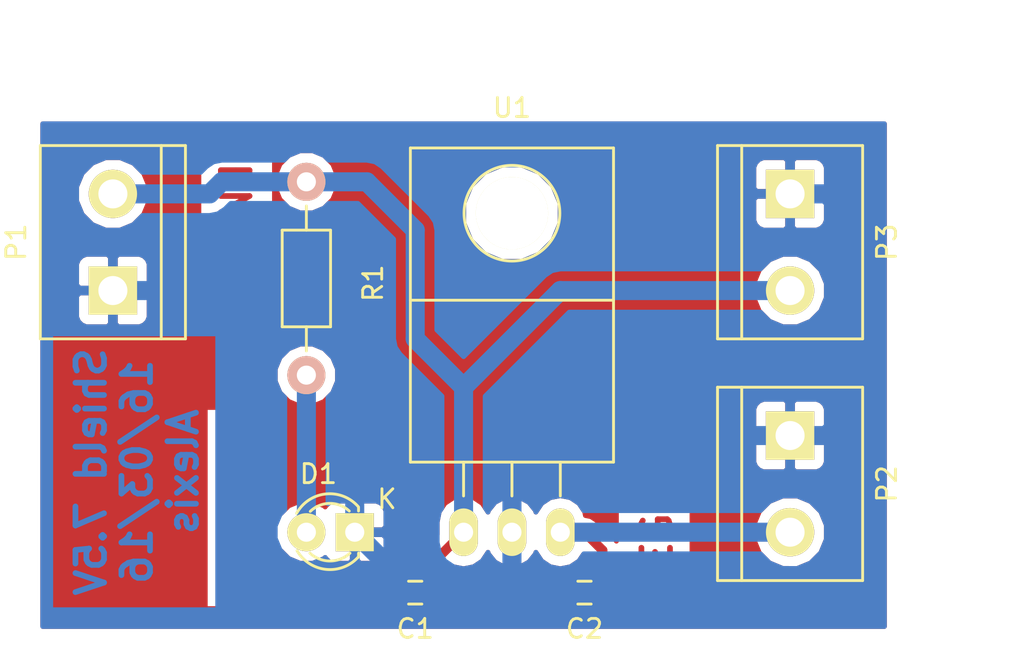
<source format=kicad_pcb>
(kicad_pcb (version 4) (host pcbnew 4.0.1-stable)

  (general
    (links 13)
    (no_connects 0)
    (area 123.97 85.415 181.99 119.08)
    (thickness 1.6)
    (drawings 10)
    (tracks 38)
    (zones 0)
    (modules 8)
    (nets 5)
  )

  (page A4)
  (layers
    (0 F.Cu signal)
    (31 B.Cu signal)
    (32 B.Adhes user)
    (33 F.Adhes user)
    (34 B.Paste user)
    (35 F.Paste user)
    (36 B.SilkS user)
    (37 F.SilkS user)
    (38 B.Mask user)
    (39 F.Mask user)
    (40 Dwgs.User user)
    (41 Cmts.User user)
    (42 Eco1.User user)
    (43 Eco2.User user)
    (44 Edge.Cuts user)
    (45 Margin user)
    (46 B.CrtYd user)
    (47 F.CrtYd user)
    (48 B.Fab user)
    (49 F.Fab user)
  )

  (setup
    (last_trace_width 0.25)
    (user_trace_width 0.5)
    (user_trace_width 1)
    (trace_clearance 0.2)
    (zone_clearance 0.508)
    (zone_45_only no)
    (trace_min 0.2)
    (segment_width 0.2)
    (edge_width 0.15)
    (via_size 0.6)
    (via_drill 0.4)
    (via_min_size 0.4)
    (via_min_drill 0.3)
    (uvia_size 0.3)
    (uvia_drill 0.1)
    (uvias_allowed no)
    (uvia_min_size 0.2)
    (uvia_min_drill 0.1)
    (pcb_text_width 0.3)
    (pcb_text_size 1.5 1.5)
    (mod_edge_width 0.15)
    (mod_text_size 1 1)
    (mod_text_width 0.15)
    (pad_size 1.524 1.524)
    (pad_drill 0.762)
    (pad_to_mask_clearance 0.2)
    (aux_axis_origin 0 0)
    (visible_elements FFFFFF7F)
    (pcbplotparams
      (layerselection 0x00000_80000000)
      (usegerberextensions false)
      (excludeedgelayer true)
      (linewidth 0.100000)
      (plotframeref false)
      (viasonmask false)
      (mode 1)
      (useauxorigin false)
      (hpglpennumber 1)
      (hpglpenspeed 20)
      (hpglpendiameter 15)
      (hpglpenoverlay 2)
      (psnegative false)
      (psa4output false)
      (plotreference true)
      (plotvalue true)
      (plotinvisibletext false)
      (padsonsilk false)
      (subtractmaskfromsilk false)
      (outputformat 4)
      (mirror false)
      (drillshape 0)
      (scaleselection 1)
      (outputdirectory ""))
  )

  (net 0 "")
  (net 1 "Net-(C1-Pad1)")
  (net 2 GND)
  (net 3 "Net-(C2-Pad1)")
  (net 4 "Net-(D1-Pad2)")

  (net_class Default "Ceci est la Netclass par défaut"
    (clearance 0.2)
    (trace_width 0.25)
    (via_dia 0.6)
    (via_drill 0.4)
    (uvia_dia 0.3)
    (uvia_drill 0.1)
    (add_net GND)
    (add_net "Net-(C1-Pad1)")
    (add_net "Net-(C2-Pad1)")
    (add_net "Net-(D1-Pad2)")
  )

  (module Capacitors_SMD:C_0603_HandSoldering (layer F.Cu) (tedit 541A9B4D) (tstamp 56EECA84)
    (at 146.05 116.205 180)
    (descr "Capacitor SMD 0603, hand soldering")
    (tags "capacitor 0603")
    (path /56EEC38F)
    (attr smd)
    (fp_text reference C1 (at 0 -1.9 180) (layer F.SilkS)
      (effects (font (size 1 1) (thickness 0.15)))
    )
    (fp_text value C (at 0 1.9 180) (layer F.Fab)
      (effects (font (size 1 1) (thickness 0.15)))
    )
    (fp_line (start -1.85 -0.75) (end 1.85 -0.75) (layer F.CrtYd) (width 0.05))
    (fp_line (start -1.85 0.75) (end 1.85 0.75) (layer F.CrtYd) (width 0.05))
    (fp_line (start -1.85 -0.75) (end -1.85 0.75) (layer F.CrtYd) (width 0.05))
    (fp_line (start 1.85 -0.75) (end 1.85 0.75) (layer F.CrtYd) (width 0.05))
    (fp_line (start -0.35 -0.6) (end 0.35 -0.6) (layer F.SilkS) (width 0.15))
    (fp_line (start 0.35 0.6) (end -0.35 0.6) (layer F.SilkS) (width 0.15))
    (pad 1 smd rect (at -0.95 0 180) (size 1.2 0.75) (layers F.Cu F.Paste F.Mask)
      (net 1 "Net-(C1-Pad1)"))
    (pad 2 smd rect (at 0.95 0 180) (size 1.2 0.75) (layers F.Cu F.Paste F.Mask)
      (net 2 GND))
    (model Capacitors_SMD.3dshapes/C_0603_HandSoldering.wrl
      (at (xyz 0 0 0))
      (scale (xyz 1 1 1))
      (rotate (xyz 0 0 0))
    )
  )

  (module Capacitors_SMD:C_0603_HandSoldering (layer F.Cu) (tedit 541A9B4D) (tstamp 56EECA8A)
    (at 154.94 116.205 180)
    (descr "Capacitor SMD 0603, hand soldering")
    (tags "capacitor 0603")
    (path /56EEC400)
    (attr smd)
    (fp_text reference C2 (at 0 -1.9 180) (layer F.SilkS)
      (effects (font (size 1 1) (thickness 0.15)))
    )
    (fp_text value C (at 0 1.9 180) (layer F.Fab)
      (effects (font (size 1 1) (thickness 0.15)))
    )
    (fp_line (start -1.85 -0.75) (end 1.85 -0.75) (layer F.CrtYd) (width 0.05))
    (fp_line (start -1.85 0.75) (end 1.85 0.75) (layer F.CrtYd) (width 0.05))
    (fp_line (start -1.85 -0.75) (end -1.85 0.75) (layer F.CrtYd) (width 0.05))
    (fp_line (start 1.85 -0.75) (end 1.85 0.75) (layer F.CrtYd) (width 0.05))
    (fp_line (start -0.35 -0.6) (end 0.35 -0.6) (layer F.SilkS) (width 0.15))
    (fp_line (start 0.35 0.6) (end -0.35 0.6) (layer F.SilkS) (width 0.15))
    (pad 1 smd rect (at -0.95 0 180) (size 1.2 0.75) (layers F.Cu F.Paste F.Mask)
      (net 3 "Net-(C2-Pad1)"))
    (pad 2 smd rect (at 0.95 0 180) (size 1.2 0.75) (layers F.Cu F.Paste F.Mask)
      (net 2 GND))
    (model Capacitors_SMD.3dshapes/C_0603_HandSoldering.wrl
      (at (xyz 0 0 0))
      (scale (xyz 1 1 1))
      (rotate (xyz 0 0 0))
    )
  )

  (module LEDs:LED-3MM (layer F.Cu) (tedit 559B82F6) (tstamp 56EECA90)
    (at 142.875 113.03 180)
    (descr "LED 3mm round vertical")
    (tags "LED  3mm round vertical")
    (path /56EEC61C)
    (fp_text reference D1 (at 1.91 3.06 180) (layer F.SilkS)
      (effects (font (size 1 1) (thickness 0.15)))
    )
    (fp_text value LED (at 1.3 -2.9 180) (layer F.Fab)
      (effects (font (size 1 1) (thickness 0.15)))
    )
    (fp_line (start -1.2 2.3) (end 3.8 2.3) (layer F.CrtYd) (width 0.05))
    (fp_line (start 3.8 2.3) (end 3.8 -2.2) (layer F.CrtYd) (width 0.05))
    (fp_line (start 3.8 -2.2) (end -1.2 -2.2) (layer F.CrtYd) (width 0.05))
    (fp_line (start -1.2 -2.2) (end -1.2 2.3) (layer F.CrtYd) (width 0.05))
    (fp_line (start -0.199 1.314) (end -0.199 1.114) (layer F.SilkS) (width 0.15))
    (fp_line (start -0.199 -1.28) (end -0.199 -1.1) (layer F.SilkS) (width 0.15))
    (fp_arc (start 1.301 0.034) (end -0.199 -1.286) (angle 108.5) (layer F.SilkS) (width 0.15))
    (fp_arc (start 1.301 0.034) (end 0.25 -1.1) (angle 85.7) (layer F.SilkS) (width 0.15))
    (fp_arc (start 1.311 0.034) (end 3.051 0.994) (angle 110) (layer F.SilkS) (width 0.15))
    (fp_arc (start 1.301 0.034) (end 2.335 1.094) (angle 87.5) (layer F.SilkS) (width 0.15))
    (fp_text user K (at -1.69 1.74 180) (layer F.SilkS)
      (effects (font (size 1 1) (thickness 0.15)))
    )
    (pad 1 thru_hole rect (at 0 0 270) (size 2 2) (drill 1.00076) (layers *.Cu *.Mask F.SilkS)
      (net 2 GND))
    (pad 2 thru_hole circle (at 2.54 0 180) (size 2 2) (drill 1.00076) (layers *.Cu *.Mask F.SilkS)
      (net 4 "Net-(D1-Pad2)"))
    (model LEDs.3dshapes/LED-3MM.wrl
      (at (xyz 0.05 0 0))
      (scale (xyz 1 1 1))
      (rotate (xyz 0 0 90))
    )
  )

  (module Connect:bornier2 (layer F.Cu) (tedit 0) (tstamp 56EECA96)
    (at 130.175 97.79 90)
    (descr "Bornier d'alimentation 2 pins")
    (tags DEV)
    (path /56EEC462)
    (fp_text reference P1 (at 0 -5.08 90) (layer F.SilkS)
      (effects (font (size 1 1) (thickness 0.15)))
    )
    (fp_text value CONN_01X02 (at 0 5.08 90) (layer F.Fab)
      (effects (font (size 1 1) (thickness 0.15)))
    )
    (fp_line (start 5.08 2.54) (end -5.08 2.54) (layer F.SilkS) (width 0.15))
    (fp_line (start 5.08 3.81) (end 5.08 -3.81) (layer F.SilkS) (width 0.15))
    (fp_line (start 5.08 -3.81) (end -5.08 -3.81) (layer F.SilkS) (width 0.15))
    (fp_line (start -5.08 -3.81) (end -5.08 3.81) (layer F.SilkS) (width 0.15))
    (fp_line (start -5.08 3.81) (end 5.08 3.81) (layer F.SilkS) (width 0.15))
    (pad 1 thru_hole rect (at -2.54 0 90) (size 2.54 2.54) (drill 1.524) (layers *.Cu *.Mask F.SilkS)
      (net 2 GND))
    (pad 2 thru_hole circle (at 2.54 0 90) (size 2.54 2.54) (drill 1.524) (layers *.Cu *.Mask F.SilkS)
      (net 1 "Net-(C1-Pad1)"))
    (model Connect.3dshapes/bornier2.wrl
      (at (xyz 0 0 0))
      (scale (xyz 1 1 1))
      (rotate (xyz 0 0 0))
    )
  )

  (module Connect:bornier2 (layer F.Cu) (tedit 0) (tstamp 56EECA9C)
    (at 165.735 110.49 270)
    (descr "Bornier d'alimentation 2 pins")
    (tags DEV)
    (path /56EEC519)
    (fp_text reference P2 (at 0 -5.08 270) (layer F.SilkS)
      (effects (font (size 1 1) (thickness 0.15)))
    )
    (fp_text value CONN_01X02 (at 0 5.08 270) (layer F.Fab)
      (effects (font (size 1 1) (thickness 0.15)))
    )
    (fp_line (start 5.08 2.54) (end -5.08 2.54) (layer F.SilkS) (width 0.15))
    (fp_line (start 5.08 3.81) (end 5.08 -3.81) (layer F.SilkS) (width 0.15))
    (fp_line (start 5.08 -3.81) (end -5.08 -3.81) (layer F.SilkS) (width 0.15))
    (fp_line (start -5.08 -3.81) (end -5.08 3.81) (layer F.SilkS) (width 0.15))
    (fp_line (start -5.08 3.81) (end 5.08 3.81) (layer F.SilkS) (width 0.15))
    (pad 1 thru_hole rect (at -2.54 0 270) (size 2.54 2.54) (drill 1.524) (layers *.Cu *.Mask F.SilkS)
      (net 2 GND))
    (pad 2 thru_hole circle (at 2.54 0 270) (size 2.54 2.54) (drill 1.524) (layers *.Cu *.Mask F.SilkS)
      (net 3 "Net-(C2-Pad1)"))
    (model Connect.3dshapes/bornier2.wrl
      (at (xyz 0 0 0))
      (scale (xyz 1 1 1))
      (rotate (xyz 0 0 0))
    )
  )

  (module Connect:bornier2 (layer F.Cu) (tedit 0) (tstamp 56EECAA2)
    (at 165.735 97.79 270)
    (descr "Bornier d'alimentation 2 pins")
    (tags DEV)
    (path /56EEC5B4)
    (fp_text reference P3 (at 0 -5.08 270) (layer F.SilkS)
      (effects (font (size 1 1) (thickness 0.15)))
    )
    (fp_text value CONN_01X02 (at 0 5.08 270) (layer F.Fab)
      (effects (font (size 1 1) (thickness 0.15)))
    )
    (fp_line (start 5.08 2.54) (end -5.08 2.54) (layer F.SilkS) (width 0.15))
    (fp_line (start 5.08 3.81) (end 5.08 -3.81) (layer F.SilkS) (width 0.15))
    (fp_line (start 5.08 -3.81) (end -5.08 -3.81) (layer F.SilkS) (width 0.15))
    (fp_line (start -5.08 -3.81) (end -5.08 3.81) (layer F.SilkS) (width 0.15))
    (fp_line (start -5.08 3.81) (end 5.08 3.81) (layer F.SilkS) (width 0.15))
    (pad 1 thru_hole rect (at -2.54 0 270) (size 2.54 2.54) (drill 1.524) (layers *.Cu *.Mask F.SilkS)
      (net 2 GND))
    (pad 2 thru_hole circle (at 2.54 0 270) (size 2.54 2.54) (drill 1.524) (layers *.Cu *.Mask F.SilkS)
      (net 1 "Net-(C1-Pad1)"))
    (model Connect.3dshapes/bornier2.wrl
      (at (xyz 0 0 0))
      (scale (xyz 1 1 1))
      (rotate (xyz 0 0 0))
    )
  )

  (module Resistors_ThroughHole:Resistor_Horizontal_RM10mm (layer F.Cu) (tedit 56648415) (tstamp 56EECAA8)
    (at 140.335 94.615 270)
    (descr "Resistor, Axial,  RM 10mm, 1/3W")
    (tags "Resistor Axial RM 10mm 1/3W")
    (path /56EEC65D)
    (fp_text reference R1 (at 5.32892 -3.50012 270) (layer F.SilkS)
      (effects (font (size 1 1) (thickness 0.15)))
    )
    (fp_text value R (at 5.08 3.81 270) (layer F.Fab)
      (effects (font (size 1 1) (thickness 0.15)))
    )
    (fp_line (start -1.25 -1.5) (end 11.4 -1.5) (layer F.CrtYd) (width 0.05))
    (fp_line (start -1.25 1.5) (end -1.25 -1.5) (layer F.CrtYd) (width 0.05))
    (fp_line (start 11.4 -1.5) (end 11.4 1.5) (layer F.CrtYd) (width 0.05))
    (fp_line (start -1.25 1.5) (end 11.4 1.5) (layer F.CrtYd) (width 0.05))
    (fp_line (start 2.54 -1.27) (end 7.62 -1.27) (layer F.SilkS) (width 0.15))
    (fp_line (start 7.62 -1.27) (end 7.62 1.27) (layer F.SilkS) (width 0.15))
    (fp_line (start 7.62 1.27) (end 2.54 1.27) (layer F.SilkS) (width 0.15))
    (fp_line (start 2.54 1.27) (end 2.54 -1.27) (layer F.SilkS) (width 0.15))
    (fp_line (start 2.54 0) (end 1.27 0) (layer F.SilkS) (width 0.15))
    (fp_line (start 7.62 0) (end 8.89 0) (layer F.SilkS) (width 0.15))
    (pad 1 thru_hole circle (at 0 0 270) (size 1.99898 1.99898) (drill 1.00076) (layers *.Cu *.SilkS *.Mask)
      (net 1 "Net-(C1-Pad1)"))
    (pad 2 thru_hole circle (at 10.16 0 270) (size 1.99898 1.99898) (drill 1.00076) (layers *.Cu *.SilkS *.Mask)
      (net 4 "Net-(D1-Pad2)"))
    (model Resistors_ThroughHole.3dshapes/Resistor_Horizontal_RM10mm.wrl
      (at (xyz 0.2 0 0))
      (scale (xyz 0.4 0.4 0.4))
      (rotate (xyz 0 0 0))
    )
  )

  (module TO_SOT_Packages_THT:TO-220_Neutral123_Horizontal (layer F.Cu) (tedit 0) (tstamp 56EECAB0)
    (at 151.13 113.03)
    (descr "TO-220, Neutral, Horizontal,")
    (tags "TO-220, Neutral, Horizontal,")
    (path /56EECEC6)
    (fp_text reference U1 (at 0 -22.3012) (layer F.SilkS)
      (effects (font (size 1 1) (thickness 0.15)))
    )
    (fp_text value 78S75C_correctPin (at -0.29972 3.44932) (layer F.Fab)
      (effects (font (size 1 1) (thickness 0.15)))
    )
    (fp_circle (center 0 -16.764) (end 1.778 -14.986) (layer F.SilkS) (width 0.15))
    (fp_line (start -2.54 -3.683) (end -2.54 -1.905) (layer F.SilkS) (width 0.15))
    (fp_line (start 0 -3.683) (end 0 -1.905) (layer F.SilkS) (width 0.15))
    (fp_line (start 2.54 -3.683) (end 2.54 -1.905) (layer F.SilkS) (width 0.15))
    (fp_line (start 5.334 -12.192) (end 5.334 -20.193) (layer F.SilkS) (width 0.15))
    (fp_line (start 5.334 -20.193) (end -5.334 -20.193) (layer F.SilkS) (width 0.15))
    (fp_line (start -5.334 -20.193) (end -5.334 -12.192) (layer F.SilkS) (width 0.15))
    (fp_line (start 5.334 -3.683) (end 5.334 -12.192) (layer F.SilkS) (width 0.15))
    (fp_line (start 5.334 -12.192) (end -5.334 -12.192) (layer F.SilkS) (width 0.15))
    (fp_line (start -5.334 -12.192) (end -5.334 -3.683) (layer F.SilkS) (width 0.15))
    (fp_line (start 0 -3.683) (end -5.334 -3.683) (layer F.SilkS) (width 0.15))
    (fp_line (start 0 -3.683) (end 5.334 -3.683) (layer F.SilkS) (width 0.15))
    (pad 2 thru_hole oval (at 0 0 90) (size 2.49936 1.50114) (drill 1.00076) (layers *.Cu *.Mask F.SilkS)
      (net 2 GND))
    (pad 1 thru_hole oval (at -2.54 0 90) (size 2.49936 1.50114) (drill 1.00076) (layers *.Cu *.Mask F.SilkS)
      (net 1 "Net-(C1-Pad1)"))
    (pad 3 thru_hole oval (at 2.54 0 90) (size 2.49936 1.50114) (drill 1.00076) (layers *.Cu *.Mask F.SilkS)
      (net 3 "Net-(C2-Pad1)"))
    (pad "" np_thru_hole circle (at 0 -16.764 90) (size 3.79984 3.79984) (drill 3.79984) (layers *.Cu *.Mask F.SilkS))
    (model TO_SOT_Packages_THT.3dshapes/TO-220_Neutral123_Horizontal.wrl
      (at (xyz 0 0 0))
      (scale (xyz 0.3937 0.3937 0.3937))
      (rotate (xyz 0 0 0))
    )
  )

  (dimension 26.67 (width 0.3) (layer Dwgs.User)
    (gr_text "26,670 mm" (at 175.34 104.775 270) (layer Dwgs.User)
      (effects (font (size 1.5 1.5) (thickness 0.3)))
    )
    (feature1 (pts (xy 170.815 118.11) (xy 176.69 118.11)))
    (feature2 (pts (xy 170.815 91.44) (xy 176.69 91.44)))
    (crossbar (pts (xy 173.99 91.44) (xy 173.99 118.11)))
    (arrow1a (pts (xy 173.99 118.11) (xy 173.403579 116.983496)))
    (arrow1b (pts (xy 173.99 118.11) (xy 174.576421 116.983496)))
    (arrow2a (pts (xy 173.99 91.44) (xy 173.403579 92.566504)))
    (arrow2b (pts (xy 173.99 91.44) (xy 174.576421 92.566504)))
  )
  (dimension 44.45 (width 0.3) (layer Dwgs.User)
    (gr_text "44,450 mm" (at 148.59 86.915) (layer Dwgs.User)
      (effects (font (size 1.5 1.5) (thickness 0.3)))
    )
    (feature1 (pts (xy 170.815 91.44) (xy 170.815 85.565)))
    (feature2 (pts (xy 126.365 91.44) (xy 126.365 85.565)))
    (crossbar (pts (xy 126.365 88.265) (xy 170.815 88.265)))
    (arrow1a (pts (xy 170.815 88.265) (xy 169.688496 88.851421)))
    (arrow1b (pts (xy 170.815 88.265) (xy 169.688496 87.678579)))
    (arrow2a (pts (xy 126.365 88.265) (xy 127.491504 88.851421)))
    (arrow2b (pts (xy 126.365 88.265) (xy 127.491504 87.678579)))
  )
  (gr_line (start 126.365 118.11) (end 126.365 91.44) (angle 90) (layer Dwgs.User) (width 0.2))
  (gr_line (start 170.815 118.11) (end 126.365 118.11) (angle 90) (layer Dwgs.User) (width 0.2))
  (gr_line (start 170.815 91.44) (end 170.815 118.11) (angle 90) (layer Dwgs.User) (width 0.2))
  (gr_line (start 126.365 91.44) (end 170.815 91.44) (angle 90) (layer Dwgs.User) (width 0.2))
  (gr_text Connect (at 137.16 111.76 90) (layer F.Cu)
    (effects (font (size 1.5 1.5) (thickness 0.3)))
  )
  (gr_text ENTREE (at 136.525 97.79 270) (layer F.Cu)
    (effects (font (size 1.5 1.5) (thickness 0.3)))
  )
  (gr_text "REGUL 7.5" (at 158.75 110.49 90) (layer F.Cu)
    (effects (font (size 1.5 1.5) (thickness 0.3)))
  )
  (gr_text "Shield 7.5V\n16/03/16\nAlexis" (at 131.445 109.855 90) (layer B.Cu)
    (effects (font (size 1.5 1.5) (thickness 0.3)) (justify mirror))
  )

  (segment (start 147 116.205) (end 147 114.62) (width 0.5) (layer F.Cu) (net 1))
  (segment (start 147 114.62) (end 148.59 113.03) (width 0.5) (layer F.Cu) (net 1) (tstamp 56EEEFC0))
  (segment (start 148.59 105.41) (end 146.05 102.87) (width 1) (layer B.Cu) (net 1))
  (segment (start 143.51 94.615) (end 140.335 94.615) (width 1) (layer B.Cu) (net 1) (tstamp 56EECE81))
  (segment (start 146.05 97.155) (end 143.51 94.615) (width 1) (layer B.Cu) (net 1) (tstamp 56EECE7D))
  (segment (start 146.05 102.87) (end 146.05 97.155) (width 1) (layer B.Cu) (net 1) (tstamp 56EECE74))
  (segment (start 130.175 95.25) (end 135.255 95.25) (width 1) (layer B.Cu) (net 1))
  (segment (start 135.255 95.25) (end 135.89 94.615) (width 1) (layer B.Cu) (net 1) (tstamp 56EECE2F))
  (segment (start 135.89 94.615) (end 140.335 94.615) (width 1) (layer B.Cu) (net 1) (tstamp 56EECE32))
  (segment (start 165.735 100.33) (end 153.67 100.33) (width 1) (layer B.Cu) (net 1))
  (segment (start 153.67 100.33) (end 148.59 105.41) (width 1) (layer B.Cu) (net 1) (tstamp 56EECD6F))
  (segment (start 148.59 113.03) (end 148.59 105.41) (width 1) (layer B.Cu) (net 1))
  (segment (start 145.1 116.205) (end 145.1 115.255) (width 0.5) (layer F.Cu) (net 2))
  (segment (start 145.1 115.255) (end 142.875 113.03) (width 0.5) (layer F.Cu) (net 2) (tstamp 56EEEFCF))
  (segment (start 153.99 116.205) (end 152.4 116.205) (width 0.5) (layer F.Cu) (net 2))
  (segment (start 151.13 114.935) (end 151.13 113.03) (width 0.5) (layer F.Cu) (net 2) (tstamp 56EECEC3))
  (segment (start 152.4 116.205) (end 151.13 114.935) (width 0.5) (layer F.Cu) (net 2) (tstamp 56EECEC1))
  (segment (start 130.175 100.33) (end 141.605 100.33) (width 1) (layer B.Cu) (net 2))
  (segment (start 142.875 105.41) (end 142.875 113.03) (width 1) (layer B.Cu) (net 2) (tstamp 56EECD35))
  (segment (start 142.875 101.6) (end 142.875 105.41) (width 1) (layer B.Cu) (net 2) (tstamp 56EECE36))
  (segment (start 141.605 100.33) (end 142.875 101.6) (width 1) (layer B.Cu) (net 2) (tstamp 56EECE35))
  (segment (start 151.13 113.03) (end 151.13 109.855) (width 1) (layer B.Cu) (net 2))
  (segment (start 153.035 107.95) (end 165.735 107.95) (width 1) (layer B.Cu) (net 2) (tstamp 56EECDAB))
  (segment (start 151.13 109.855) (end 153.035 107.95) (width 1) (layer B.Cu) (net 2) (tstamp 56EECDA6))
  (segment (start 165.735 107.95) (end 167.64 107.95) (width 1) (layer B.Cu) (net 2))
  (segment (start 167.64 107.95) (end 168.91 106.68) (width 1) (layer B.Cu) (net 2) (tstamp 56EECD75))
  (segment (start 168.91 106.68) (end 168.91 96.52) (width 1) (layer B.Cu) (net 2) (tstamp 56EECD79))
  (segment (start 168.91 96.52) (end 167.64 95.25) (width 1) (layer B.Cu) (net 2) (tstamp 56EECD7A))
  (segment (start 167.64 95.25) (end 165.735 95.25) (width 1) (layer B.Cu) (net 2) (tstamp 56EECD7B))
  (segment (start 151.13 113.03) (end 151.13 115.57) (width 1) (layer B.Cu) (net 2))
  (segment (start 151.13 115.57) (end 150.495 116.205) (width 1) (layer B.Cu) (net 2) (tstamp 56EECD46))
  (segment (start 150.495 116.205) (end 146.05 116.205) (width 1) (layer B.Cu) (net 2) (tstamp 56EECD47))
  (segment (start 146.05 116.205) (end 142.875 113.03) (width 1) (layer B.Cu) (net 2) (tstamp 56EECD48))
  (segment (start 153.67 113.03) (end 154.94 113.03) (width 0.5) (layer F.Cu) (net 3))
  (segment (start 155.89 113.98) (end 155.89 116.205) (width 0.5) (layer F.Cu) (net 3) (tstamp 56EECEC7))
  (segment (start 154.94 113.03) (end 155.89 113.98) (width 0.5) (layer F.Cu) (net 3) (tstamp 56EECEC6))
  (segment (start 165.735 113.03) (end 153.67 113.03) (width 1) (layer B.Cu) (net 3))
  (segment (start 140.335 104.775) (end 140.335 113.03) (width 1) (layer B.Cu) (net 4))

  (zone (net 2) (net_name GND) (layer B.Cu) (tstamp 56EED001) (hatch edge 0.508)
    (connect_pads (clearance 0.508))
    (min_thickness 0.254)
    (fill yes (arc_segments 16) (thermal_gap 0.508) (thermal_bridge_width 0.508))
    (polygon
      (pts
        (xy 170.815 118.11) (xy 126.365 118.11) (xy 126.365 91.44) (xy 170.815 91.44) (xy 170.815 118.11)
      )
    )
    (filled_polygon
      (pts
        (xy 170.688 117.983) (xy 126.492 117.983) (xy 126.492 102.605715) (xy 126.91 102.605715) (xy 126.91 117.104285)
        (xy 135.68 117.104285) (xy 135.68 113.353795) (xy 138.699716 113.353795) (xy 138.948106 113.954943) (xy 139.407637 114.415278)
        (xy 140.008352 114.664716) (xy 140.658795 114.665284) (xy 141.259943 114.416894) (xy 141.322197 114.354749) (xy 141.336673 114.389698)
        (xy 141.515301 114.568327) (xy 141.74869 114.665) (xy 142.58925 114.665) (xy 142.748 114.50625) (xy 142.748 113.157)
        (xy 143.002 113.157) (xy 143.002 114.50625) (xy 143.16075 114.665) (xy 144.00131 114.665) (xy 144.234699 114.568327)
        (xy 144.413327 114.389698) (xy 144.51 114.156309) (xy 144.51 113.31575) (xy 144.35125 113.157) (xy 143.002 113.157)
        (xy 142.748 113.157) (xy 142.728 113.157) (xy 142.728 112.903) (xy 142.748 112.903) (xy 142.748 111.55375)
        (xy 143.002 111.55375) (xy 143.002 112.903) (xy 144.35125 112.903) (xy 144.51 112.74425) (xy 144.51 111.903691)
        (xy 144.413327 111.670302) (xy 144.234699 111.491673) (xy 144.00131 111.395) (xy 143.16075 111.395) (xy 143.002 111.55375)
        (xy 142.748 111.55375) (xy 142.58925 111.395) (xy 141.74869 111.395) (xy 141.515301 111.491673) (xy 141.47 111.536974)
        (xy 141.47 105.951484) (xy 141.719846 105.702073) (xy 141.969206 105.101547) (xy 141.969774 104.451306) (xy 141.721462 103.850345)
        (xy 141.262073 103.390154) (xy 140.661547 103.140794) (xy 140.011306 103.140226) (xy 139.410345 103.388538) (xy 138.950154 103.847927)
        (xy 138.700794 104.448453) (xy 138.700226 105.098694) (xy 138.948538 105.699655) (xy 139.2 105.951556) (xy 139.2 111.852796)
        (xy 138.949722 112.102637) (xy 138.700284 112.703352) (xy 138.699716 113.353795) (xy 135.68 113.353795) (xy 135.68 102.605715)
        (xy 126.91 102.605715) (xy 126.492 102.605715) (xy 126.492 100.61575) (xy 128.27 100.61575) (xy 128.27 101.726309)
        (xy 128.366673 101.959698) (xy 128.545301 102.138327) (xy 128.77869 102.235) (xy 129.88925 102.235) (xy 130.048 102.07625)
        (xy 130.048 100.457) (xy 130.302 100.457) (xy 130.302 102.07625) (xy 130.46075 102.235) (xy 131.57131 102.235)
        (xy 131.804699 102.138327) (xy 131.983327 101.959698) (xy 132.08 101.726309) (xy 132.08 100.61575) (xy 131.92125 100.457)
        (xy 130.302 100.457) (xy 130.048 100.457) (xy 128.42875 100.457) (xy 128.27 100.61575) (xy 126.492 100.61575)
        (xy 126.492 98.933691) (xy 128.27 98.933691) (xy 128.27 100.04425) (xy 128.42875 100.203) (xy 130.048 100.203)
        (xy 130.048 98.58375) (xy 130.302 98.58375) (xy 130.302 100.203) (xy 131.92125 100.203) (xy 132.08 100.04425)
        (xy 132.08 98.933691) (xy 131.983327 98.700302) (xy 131.804699 98.521673) (xy 131.57131 98.425) (xy 130.46075 98.425)
        (xy 130.302 98.58375) (xy 130.048 98.58375) (xy 129.88925 98.425) (xy 128.77869 98.425) (xy 128.545301 98.521673)
        (xy 128.366673 98.700302) (xy 128.27 98.933691) (xy 126.492 98.933691) (xy 126.492 95.627265) (xy 128.26967 95.627265)
        (xy 128.559078 96.327686) (xy 129.094495 96.864039) (xy 129.79441 97.154668) (xy 130.552265 97.15533) (xy 131.252686 96.865922)
        (xy 131.734449 96.385) (xy 135.255 96.385) (xy 135.689346 96.298603) (xy 136.057566 96.052566) (xy 136.360132 95.75)
        (xy 139.158516 95.75) (xy 139.407927 95.999846) (xy 140.008453 96.249206) (xy 140.658694 96.249774) (xy 141.259655 96.001462)
        (xy 141.511556 95.75) (xy 143.039868 95.75) (xy 144.915 97.625133) (xy 144.915 102.87) (xy 145.001397 103.304346)
        (xy 145.225674 103.64) (xy 145.247434 103.672566) (xy 147.455 105.880133) (xy 147.455 111.746575) (xy 147.3099 111.963732)
        (xy 147.20443 112.493967) (xy 147.20443 113.566033) (xy 147.3099 114.096268) (xy 147.610254 114.545779) (xy 148.059765 114.846133)
        (xy 148.59 114.951603) (xy 149.120235 114.846133) (xy 149.569746 114.545779) (xy 149.8701 114.096268) (xy 149.87195 114.086968)
        (xy 149.898501 114.176677) (xy 150.240056 114.598658) (xy 150.717097 114.85781) (xy 150.788725 114.871993) (xy 151.003 114.749339)
        (xy 151.003 113.157) (xy 150.983 113.157) (xy 150.983 112.903) (xy 151.003 112.903) (xy 151.003 111.310661)
        (xy 151.257 111.310661) (xy 151.257 112.903) (xy 151.277 112.903) (xy 151.277 113.157) (xy 151.257 113.157)
        (xy 151.257 114.749339) (xy 151.471275 114.871993) (xy 151.542903 114.85781) (xy 152.019944 114.598658) (xy 152.361499 114.176677)
        (xy 152.38805 114.086968) (xy 152.3899 114.096268) (xy 152.690254 114.545779) (xy 153.139765 114.846133) (xy 153.67 114.951603)
        (xy 154.200235 114.846133) (xy 154.649746 114.545779) (xy 154.904175 114.165) (xy 164.176292 114.165) (xy 164.654495 114.644039)
        (xy 165.35441 114.934668) (xy 166.112265 114.93533) (xy 166.812686 114.645922) (xy 167.349039 114.110505) (xy 167.639668 113.41059)
        (xy 167.64033 112.652735) (xy 167.350922 111.952314) (xy 166.815505 111.415961) (xy 166.11559 111.125332) (xy 165.357735 111.12467)
        (xy 164.657314 111.414078) (xy 164.175551 111.895) (xy 154.904175 111.895) (xy 154.649746 111.514221) (xy 154.200235 111.213867)
        (xy 153.67 111.108397) (xy 153.139765 111.213867) (xy 152.690254 111.514221) (xy 152.3899 111.963732) (xy 152.38805 111.973032)
        (xy 152.361499 111.883323) (xy 152.019944 111.461342) (xy 151.542903 111.20219) (xy 151.471275 111.188007) (xy 151.257 111.310661)
        (xy 151.003 111.310661) (xy 150.788725 111.188007) (xy 150.717097 111.20219) (xy 150.240056 111.461342) (xy 149.898501 111.883323)
        (xy 149.87195 111.973032) (xy 149.8701 111.963732) (xy 149.725 111.746575) (xy 149.725 108.23575) (xy 163.83 108.23575)
        (xy 163.83 109.346309) (xy 163.926673 109.579698) (xy 164.105301 109.758327) (xy 164.33869 109.855) (xy 165.44925 109.855)
        (xy 165.608 109.69625) (xy 165.608 108.077) (xy 165.862 108.077) (xy 165.862 109.69625) (xy 166.02075 109.855)
        (xy 167.13131 109.855) (xy 167.364699 109.758327) (xy 167.543327 109.579698) (xy 167.64 109.346309) (xy 167.64 108.23575)
        (xy 167.48125 108.077) (xy 165.862 108.077) (xy 165.608 108.077) (xy 163.98875 108.077) (xy 163.83 108.23575)
        (xy 149.725 108.23575) (xy 149.725 106.553691) (xy 163.83 106.553691) (xy 163.83 107.66425) (xy 163.98875 107.823)
        (xy 165.608 107.823) (xy 165.608 106.20375) (xy 165.862 106.20375) (xy 165.862 107.823) (xy 167.48125 107.823)
        (xy 167.64 107.66425) (xy 167.64 106.553691) (xy 167.543327 106.320302) (xy 167.364699 106.141673) (xy 167.13131 106.045)
        (xy 166.02075 106.045) (xy 165.862 106.20375) (xy 165.608 106.20375) (xy 165.44925 106.045) (xy 164.33869 106.045)
        (xy 164.105301 106.141673) (xy 163.926673 106.320302) (xy 163.83 106.553691) (xy 149.725 106.553691) (xy 149.725 105.880132)
        (xy 154.140132 101.465) (xy 164.176292 101.465) (xy 164.654495 101.944039) (xy 165.35441 102.234668) (xy 166.112265 102.23533)
        (xy 166.812686 101.945922) (xy 167.349039 101.410505) (xy 167.639668 100.71059) (xy 167.64033 99.952735) (xy 167.350922 99.252314)
        (xy 166.815505 98.715961) (xy 166.11559 98.425332) (xy 165.357735 98.42467) (xy 164.657314 98.714078) (xy 164.175551 99.195)
        (xy 153.67 99.195) (xy 153.235654 99.281397) (xy 152.867434 99.527434) (xy 148.59 103.804868) (xy 147.185 102.399868)
        (xy 147.185 97.155) (xy 147.108024 96.768015) (xy 148.594641 96.768015) (xy 148.979746 97.700041) (xy 149.692208 98.413748)
        (xy 150.623561 98.800479) (xy 151.632015 98.801359) (xy 152.564041 98.416254) (xy 153.277748 97.703792) (xy 153.664479 96.772439)
        (xy 153.665359 95.763985) (xy 153.571055 95.53575) (xy 163.83 95.53575) (xy 163.83 96.646309) (xy 163.926673 96.879698)
        (xy 164.105301 97.058327) (xy 164.33869 97.155) (xy 165.44925 97.155) (xy 165.608 96.99625) (xy 165.608 95.377)
        (xy 165.862 95.377) (xy 165.862 96.99625) (xy 166.02075 97.155) (xy 167.13131 97.155) (xy 167.364699 97.058327)
        (xy 167.543327 96.879698) (xy 167.64 96.646309) (xy 167.64 95.53575) (xy 167.48125 95.377) (xy 165.862 95.377)
        (xy 165.608 95.377) (xy 163.98875 95.377) (xy 163.83 95.53575) (xy 153.571055 95.53575) (xy 153.280254 94.831959)
        (xy 152.567792 94.118252) (xy 151.930658 93.853691) (xy 163.83 93.853691) (xy 163.83 94.96425) (xy 163.98875 95.123)
        (xy 165.608 95.123) (xy 165.608 93.50375) (xy 165.862 93.50375) (xy 165.862 95.123) (xy 167.48125 95.123)
        (xy 167.64 94.96425) (xy 167.64 93.853691) (xy 167.543327 93.620302) (xy 167.364699 93.441673) (xy 167.13131 93.345)
        (xy 166.02075 93.345) (xy 165.862 93.50375) (xy 165.608 93.50375) (xy 165.44925 93.345) (xy 164.33869 93.345)
        (xy 164.105301 93.441673) (xy 163.926673 93.620302) (xy 163.83 93.853691) (xy 151.930658 93.853691) (xy 151.636439 93.731521)
        (xy 150.627985 93.730641) (xy 149.695959 94.115746) (xy 148.982252 94.828208) (xy 148.595521 95.759561) (xy 148.594641 96.768015)
        (xy 147.108024 96.768015) (xy 147.098603 96.720654) (xy 147.048927 96.646309) (xy 146.852566 96.352433) (xy 144.312566 93.812434)
        (xy 144.126228 93.687927) (xy 143.944346 93.566397) (xy 143.51 93.48) (xy 141.511484 93.48) (xy 141.262073 93.230154)
        (xy 140.661547 92.980794) (xy 140.011306 92.980226) (xy 139.410345 93.228538) (xy 139.158444 93.48) (xy 135.89 93.48)
        (xy 135.455655 93.566396) (xy 135.087434 93.812434) (xy 134.784868 94.115) (xy 131.733708 94.115) (xy 131.255505 93.635961)
        (xy 130.55559 93.345332) (xy 129.797735 93.34467) (xy 129.097314 93.634078) (xy 128.560961 94.169495) (xy 128.270332 94.86941)
        (xy 128.26967 95.627265) (xy 126.492 95.627265) (xy 126.492 91.567) (xy 170.688 91.567)
      )
    )
  )
  (zone (net 2) (net_name GND) (layer F.Cu) (tstamp 56EED019) (hatch edge 0.508)
    (connect_pads (clearance 0.508))
    (min_thickness 0.254)
    (fill yes (arc_segments 16) (thermal_gap 0.508) (thermal_bridge_width 0.508))
    (polygon
      (pts
        (xy 170.815 118.11) (xy 126.365 118.11) (xy 126.365 91.44) (xy 170.815 91.44) (xy 170.815 118.11)
      )
    )
    (filled_polygon
      (pts
        (xy 170.688 117.983) (xy 126.492 117.983) (xy 126.492 106.475) (xy 135.025 106.475) (xy 135.025 117.045)
        (xy 138.995 117.045) (xy 138.995 116.49075) (xy 143.865 116.49075) (xy 143.865 116.70631) (xy 143.961673 116.939699)
        (xy 144.140302 117.118327) (xy 144.373691 117.215) (xy 144.81425 117.215) (xy 144.973 117.05625) (xy 144.973 116.332)
        (xy 144.02375 116.332) (xy 143.865 116.49075) (xy 138.995 116.49075) (xy 138.995 115.70369) (xy 143.865 115.70369)
        (xy 143.865 115.91925) (xy 144.02375 116.078) (xy 144.973 116.078) (xy 144.973 115.35375) (xy 145.227 115.35375)
        (xy 145.227 116.078) (xy 145.247 116.078) (xy 145.247 116.332) (xy 145.227 116.332) (xy 145.227 117.05625)
        (xy 145.38575 117.215) (xy 145.826309 117.215) (xy 146.059698 117.118327) (xy 146.061068 117.116957) (xy 146.14811 117.176431)
        (xy 146.4 117.22744) (xy 147.6 117.22744) (xy 147.835317 117.183162) (xy 148.051441 117.04409) (xy 148.196431 116.83189)
        (xy 148.24744 116.58) (xy 148.24744 116.49075) (xy 152.755 116.49075) (xy 152.755 116.70631) (xy 152.851673 116.939699)
        (xy 153.030302 117.118327) (xy 153.263691 117.215) (xy 153.70425 117.215) (xy 153.863 117.05625) (xy 153.863 116.332)
        (xy 152.91375 116.332) (xy 152.755 116.49075) (xy 148.24744 116.49075) (xy 148.24744 115.83) (xy 148.223674 115.70369)
        (xy 152.755 115.70369) (xy 152.755 115.91925) (xy 152.91375 116.078) (xy 153.863 116.078) (xy 153.863 115.35375)
        (xy 153.70425 115.195) (xy 153.263691 115.195) (xy 153.030302 115.291673) (xy 152.851673 115.470301) (xy 152.755 115.70369)
        (xy 148.223674 115.70369) (xy 148.203162 115.594683) (xy 148.06409 115.378559) (xy 147.885 115.256192) (xy 147.885 114.98658)
        (xy 148.039193 114.832387) (xy 148.059765 114.846133) (xy 148.59 114.951603) (xy 149.120235 114.846133) (xy 149.569746 114.545779)
        (xy 149.8701 114.096268) (xy 149.87195 114.086968) (xy 149.898501 114.176677) (xy 150.240056 114.598658) (xy 150.717097 114.85781)
        (xy 150.788725 114.871993) (xy 151.003 114.749339) (xy 151.003 113.157) (xy 150.983 113.157) (xy 150.983 112.903)
        (xy 151.003 112.903) (xy 151.003 111.310661) (xy 151.257 111.310661) (xy 151.257 112.903) (xy 151.277 112.903)
        (xy 151.277 113.157) (xy 151.257 113.157) (xy 151.257 114.749339) (xy 151.471275 114.871993) (xy 151.542903 114.85781)
        (xy 152.019944 114.598658) (xy 152.361499 114.176677) (xy 152.38805 114.086968) (xy 152.3899 114.096268) (xy 152.690254 114.545779)
        (xy 153.139765 114.846133) (xy 153.67 114.951603) (xy 154.200235 114.846133) (xy 154.649746 114.545779) (xy 154.871829 114.213409)
        (xy 155.005 114.346579) (xy 155.005 115.258808) (xy 154.951354 115.293329) (xy 154.949698 115.291673) (xy 154.716309 115.195)
        (xy 154.27575 115.195) (xy 154.117 115.35375) (xy 154.117 116.078) (xy 154.137 116.078) (xy 154.137 116.332)
        (xy 154.117 116.332) (xy 154.117 117.05625) (xy 154.27575 117.215) (xy 154.716309 117.215) (xy 154.949698 117.118327)
        (xy 154.951068 117.116957) (xy 155.03811 117.176431) (xy 155.29 117.22744) (xy 156.49 117.22744) (xy 156.616853 117.203571)
        (xy 160.585 117.203571) (xy 160.585 113.407265) (xy 163.82967 113.407265) (xy 164.119078 114.107686) (xy 164.654495 114.644039)
        (xy 165.35441 114.934668) (xy 166.112265 114.93533) (xy 166.812686 114.645922) (xy 167.349039 114.110505) (xy 167.639668 113.41059)
        (xy 167.64033 112.652735) (xy 167.350922 111.952314) (xy 166.815505 111.415961) (xy 166.11559 111.125332) (xy 165.357735 111.12467)
        (xy 164.657314 111.414078) (xy 164.120961 111.949495) (xy 163.830332 112.64941) (xy 163.82967 113.407265) (xy 160.585 113.407265)
        (xy 160.585 108.23575) (xy 163.83 108.23575) (xy 163.83 109.346309) (xy 163.926673 109.579698) (xy 164.105301 109.758327)
        (xy 164.33869 109.855) (xy 165.44925 109.855) (xy 165.608 109.69625) (xy 165.608 108.077) (xy 165.862 108.077)
        (xy 165.862 109.69625) (xy 166.02075 109.855) (xy 167.13131 109.855) (xy 167.364699 109.758327) (xy 167.543327 109.579698)
        (xy 167.64 109.346309) (xy 167.64 108.23575) (xy 167.48125 108.077) (xy 165.862 108.077) (xy 165.608 108.077)
        (xy 163.98875 108.077) (xy 163.83 108.23575) (xy 160.585 108.23575) (xy 160.585 106.553691) (xy 163.83 106.553691)
        (xy 163.83 107.66425) (xy 163.98875 107.823) (xy 165.608 107.823) (xy 165.608 106.20375) (xy 165.862 106.20375)
        (xy 165.862 107.823) (xy 167.48125 107.823) (xy 167.64 107.66425) (xy 167.64 106.553691) (xy 167.543327 106.320302)
        (xy 167.364699 106.141673) (xy 167.13131 106.045) (xy 166.02075 106.045) (xy 165.862 106.20375) (xy 165.608 106.20375)
        (xy 165.44925 106.045) (xy 164.33869 106.045) (xy 164.105301 106.141673) (xy 163.926673 106.320302) (xy 163.83 106.553691)
        (xy 160.585 106.553691) (xy 160.585 103.776428) (xy 156.615 103.776428) (xy 156.615 113.502689) (xy 156.51579 113.35421)
        (xy 156.515787 113.354208) (xy 155.56579 112.40421) (xy 155.565311 112.40389) (xy 155.278675 112.212367) (xy 155.222484 112.20119)
        (xy 154.988058 112.154558) (xy 154.9501 111.963732) (xy 154.649746 111.514221) (xy 154.200235 111.213867) (xy 153.67 111.108397)
        (xy 153.139765 111.213867) (xy 152.690254 111.514221) (xy 152.3899 111.963732) (xy 152.38805 111.973032) (xy 152.361499 111.883323)
        (xy 152.019944 111.461342) (xy 151.542903 111.20219) (xy 151.471275 111.188007) (xy 151.257 111.310661) (xy 151.003 111.310661)
        (xy 150.788725 111.188007) (xy 150.717097 111.20219) (xy 150.240056 111.461342) (xy 149.898501 111.883323) (xy 149.87195 111.973032)
        (xy 149.8701 111.963732) (xy 149.569746 111.514221) (xy 149.120235 111.213867) (xy 148.59 111.108397) (xy 148.059765 111.213867)
        (xy 147.610254 111.514221) (xy 147.3099 111.963732) (xy 147.20443 112.493967) (xy 147.20443 113.163991) (xy 146.37421 113.99421)
        (xy 146.182367 114.281325) (xy 146.182367 114.281326) (xy 146.114999 114.62) (xy 146.115 114.620005) (xy 146.115 115.258808)
        (xy 146.061354 115.293329) (xy 146.059698 115.291673) (xy 145.826309 115.195) (xy 145.38575 115.195) (xy 145.227 115.35375)
        (xy 144.973 115.35375) (xy 144.81425 115.195) (xy 144.373691 115.195) (xy 144.140302 115.291673) (xy 143.961673 115.470301)
        (xy 143.865 115.70369) (xy 138.995 115.70369) (xy 138.995 114.001919) (xy 139.407637 114.415278) (xy 140.008352 114.664716)
        (xy 140.658795 114.665284) (xy 141.259943 114.416894) (xy 141.322197 114.354749) (xy 141.336673 114.389698) (xy 141.515301 114.568327)
        (xy 141.74869 114.665) (xy 142.58925 114.665) (xy 142.748 114.50625) (xy 142.748 113.157) (xy 143.002 113.157)
        (xy 143.002 114.50625) (xy 143.16075 114.665) (xy 144.00131 114.665) (xy 144.234699 114.568327) (xy 144.413327 114.389698)
        (xy 144.51 114.156309) (xy 144.51 113.31575) (xy 144.35125 113.157) (xy 143.002 113.157) (xy 142.748 113.157)
        (xy 142.728 113.157) (xy 142.728 112.903) (xy 142.748 112.903) (xy 142.748 111.55375) (xy 143.002 111.55375)
        (xy 143.002 112.903) (xy 144.35125 112.903) (xy 144.51 112.74425) (xy 144.51 111.903691) (xy 144.413327 111.670302)
        (xy 144.234699 111.491673) (xy 144.00131 111.395) (xy 143.16075 111.395) (xy 143.002 111.55375) (xy 142.748 111.55375)
        (xy 142.58925 111.395) (xy 141.74869 111.395) (xy 141.515301 111.491673) (xy 141.336673 111.670302) (xy 141.32237 111.704834)
        (xy 141.262363 111.644722) (xy 140.661648 111.395284) (xy 140.011205 111.394716) (xy 139.410057 111.643106) (xy 138.995 112.057438)
        (xy 138.995 106.475) (xy 135.025 106.475) (xy 126.492 106.475) (xy 126.492 105.098694) (xy 138.700226 105.098694)
        (xy 138.948538 105.699655) (xy 139.407927 106.159846) (xy 140.008453 106.409206) (xy 140.658694 106.409774) (xy 141.259655 106.161462)
        (xy 141.719846 105.702073) (xy 141.969206 105.101547) (xy 141.969774 104.451306) (xy 141.721462 103.850345) (xy 141.262073 103.390154)
        (xy 140.661547 103.140794) (xy 140.011306 103.140226) (xy 139.410345 103.388538) (xy 138.950154 103.847927) (xy 138.700794 104.448453)
        (xy 138.700226 105.098694) (xy 126.492 105.098694) (xy 126.492 100.61575) (xy 128.27 100.61575) (xy 128.27 101.726309)
        (xy 128.366673 101.959698) (xy 128.545301 102.138327) (xy 128.77869 102.235) (xy 129.88925 102.235) (xy 130.048 102.07625)
        (xy 130.048 100.457) (xy 130.302 100.457) (xy 130.302 102.07625) (xy 130.46075 102.235) (xy 131.57131 102.235)
        (xy 131.804699 102.138327) (xy 131.983327 101.959698) (xy 132.08 101.726309) (xy 132.08 100.61575) (xy 131.92125 100.457)
        (xy 130.302 100.457) (xy 130.048 100.457) (xy 128.42875 100.457) (xy 128.27 100.61575) (xy 126.492 100.61575)
        (xy 126.492 98.933691) (xy 128.27 98.933691) (xy 128.27 100.04425) (xy 128.42875 100.203) (xy 130.048 100.203)
        (xy 130.048 98.58375) (xy 130.302 98.58375) (xy 130.302 100.203) (xy 131.92125 100.203) (xy 132.08 100.04425)
        (xy 132.08 98.933691) (xy 131.983327 98.700302) (xy 131.804699 98.521673) (xy 131.57131 98.425) (xy 130.46075 98.425)
        (xy 130.302 98.58375) (xy 130.048 98.58375) (xy 129.88925 98.425) (xy 128.77869 98.425) (xy 128.545301 98.521673)
        (xy 128.366673 98.700302) (xy 128.27 98.933691) (xy 126.492 98.933691) (xy 126.492 95.627265) (xy 128.26967 95.627265)
        (xy 128.559078 96.327686) (xy 129.094495 96.864039) (xy 129.79441 97.154668) (xy 130.552265 97.15533) (xy 131.252686 96.865922)
        (xy 131.789039 96.330505) (xy 132.079668 95.63059) (xy 132.08033 94.872735) (xy 131.790922 94.172314) (xy 131.255505 93.635961)
        (xy 130.55559 93.345332) (xy 129.797735 93.34467) (xy 129.097314 93.634078) (xy 128.560961 94.169495) (xy 128.270332 94.86941)
        (xy 128.26967 95.627265) (xy 126.492 95.627265) (xy 126.492 92.862143) (xy 134.69 92.862143) (xy 134.69 102.717858)
        (xy 138.66 102.717858) (xy 138.66 100.707265) (xy 163.82967 100.707265) (xy 164.119078 101.407686) (xy 164.654495 101.944039)
        (xy 165.35441 102.234668) (xy 166.112265 102.23533) (xy 166.812686 101.945922) (xy 167.349039 101.410505) (xy 167.639668 100.71059)
        (xy 167.64033 99.952735) (xy 167.350922 99.252314) (xy 166.815505 98.715961) (xy 166.11559 98.425332) (xy 165.357735 98.42467)
        (xy 164.657314 98.714078) (xy 164.120961 99.249495) (xy 163.830332 99.94941) (xy 163.82967 100.707265) (xy 138.66 100.707265)
        (xy 138.66 96.768015) (xy 148.594641 96.768015) (xy 148.979746 97.700041) (xy 149.692208 98.413748) (xy 150.623561 98.800479)
        (xy 151.632015 98.801359) (xy 152.564041 98.416254) (xy 153.277748 97.703792) (xy 153.664479 96.772439) (xy 153.665359 95.763985)
        (xy 153.571055 95.53575) (xy 163.83 95.53575) (xy 163.83 96.646309) (xy 163.926673 96.879698) (xy 164.105301 97.058327)
        (xy 164.33869 97.155) (xy 165.44925 97.155) (xy 165.608 96.99625) (xy 165.608 95.377) (xy 165.862 95.377)
        (xy 165.862 96.99625) (xy 166.02075 97.155) (xy 167.13131 97.155) (xy 167.364699 97.058327) (xy 167.543327 96.879698)
        (xy 167.64 96.646309) (xy 167.64 95.53575) (xy 167.48125 95.377) (xy 165.862 95.377) (xy 165.608 95.377)
        (xy 163.98875 95.377) (xy 163.83 95.53575) (xy 153.571055 95.53575) (xy 153.280254 94.831959) (xy 152.567792 94.118252)
        (xy 151.930658 93.853691) (xy 163.83 93.853691) (xy 163.83 94.96425) (xy 163.98875 95.123) (xy 165.608 95.123)
        (xy 165.608 93.50375) (xy 165.862 93.50375) (xy 165.862 95.123) (xy 167.48125 95.123) (xy 167.64 94.96425)
        (xy 167.64 93.853691) (xy 167.543327 93.620302) (xy 167.364699 93.441673) (xy 167.13131 93.345) (xy 166.02075 93.345)
        (xy 165.862 93.50375) (xy 165.608 93.50375) (xy 165.44925 93.345) (xy 164.33869 93.345) (xy 164.105301 93.441673)
        (xy 163.926673 93.620302) (xy 163.83 93.853691) (xy 151.930658 93.853691) (xy 151.636439 93.731521) (xy 150.627985 93.730641)
        (xy 149.695959 94.115746) (xy 148.982252 94.828208) (xy 148.595521 95.759561) (xy 148.594641 96.768015) (xy 138.66 96.768015)
        (xy 138.66 94.938694) (xy 138.700226 94.938694) (xy 138.948538 95.539655) (xy 139.407927 95.999846) (xy 140.008453 96.249206)
        (xy 140.658694 96.249774) (xy 141.259655 96.001462) (xy 141.719846 95.542073) (xy 141.969206 94.941547) (xy 141.969774 94.291306)
        (xy 141.721462 93.690345) (xy 141.262073 93.230154) (xy 140.661547 92.980794) (xy 140.011306 92.980226) (xy 139.410345 93.228538)
        (xy 138.950154 93.687927) (xy 138.700794 94.288453) (xy 138.700226 94.938694) (xy 138.66 94.938694) (xy 138.66 92.862143)
        (xy 134.69 92.862143) (xy 126.492 92.862143) (xy 126.492 91.567) (xy 170.688 91.567)
      )
    )
  )
)

</source>
